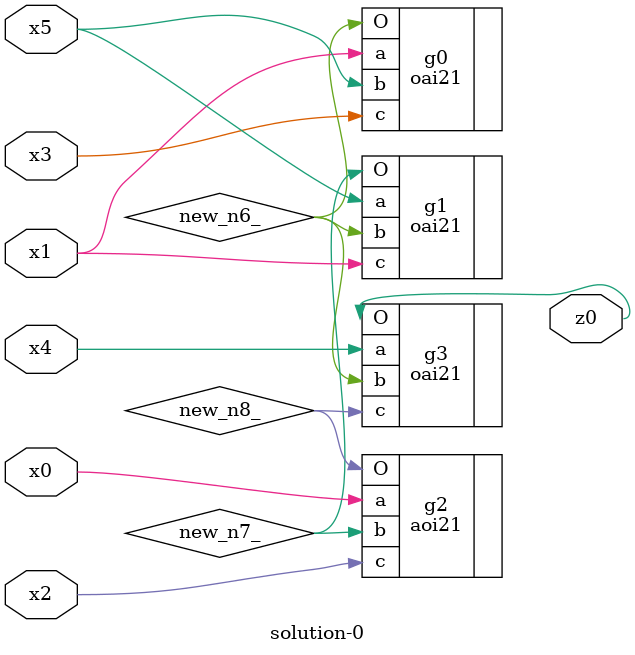
<source format=v>
module \solution-0 (
  x0, x1, x2, x3, x4, x5,
  z0 );
  input x0, x1, x2, x3, x4, x5;
  output z0;
  wire new_n6_, new_n7_, new_n8_;
  oai21  g0(.a(x1), .b(x5), .c(x3), .O(new_n6_));
  oai21  g1(.a(x5), .b(new_n6_), .c(x1), .O(new_n7_));
  aoi21  g2(.a(x0), .b(new_n7_), .c(x2), .O(new_n8_));
  oai21  g3(.a(x4), .b(new_n6_), .c(new_n8_), .O(z0));
endmodule

</source>
